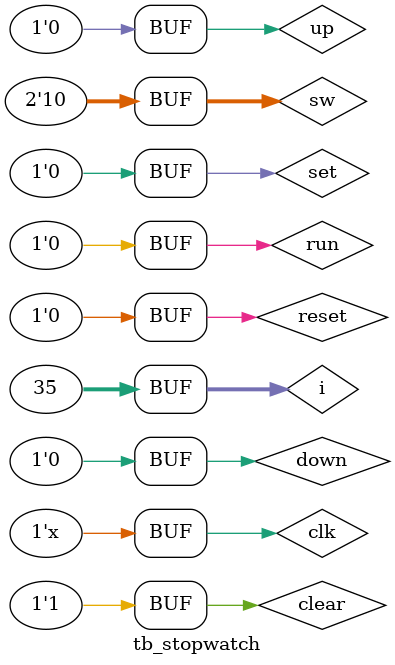
<source format=v>
`timescale 1ns / 1ps


module tb_stopwatch ();

    reg clk, reset, run, clear, up, down, set;
    reg  [1:0] sw;
    wire [3:0] fnd_comm;
    wire [7:0] fnd_font;


    top_stopwatch uclk (
        .clk(clk),
        .sw(sw),
        .reset(reset),
        .btn_run(run),
        .btn_clear(clear),
        .btn_up(up),
        .btn_set(set),
        .btn_down(down),
        .fnd_comm(fnd_comm),
        .fnd_font(fnd_font)
    );

    integer  i;

    always #0.05 clk = ~clk;
    initial begin
        #50;
        clk = 0;
        reset = 1;
        run = 0;
        clear = 0;
        set = 0;
        up = 0;
        down = 0;  
        #10;
        reset = 0; 
        sw = 2'b00;  // 기능 초기화
        #10;
        sw = 2'b10; // 시계모드로 변경
        #10;
        set = 1;
        #100000;
        set = 0;
        #100000; // 초 변경모드 on

        for (i=0; i<30; i= i+1)//down 30번 실행
        begin
            down = 1;
        #100000;
        down = 0;
        #100000;
        end 
          for (i=0; i<35; i= i+1) //up 35번 실행
        begin
            up = 1;
        #100000;
        up = 0;
        #100000;
        end

           #10;
        set = 1;
        #100000;
        set = 0;
        #100000; // 분 변경모드 on

        for (i=0; i<30; i= i+1)//down 30번 실행
        begin
            down = 1;
        #100000;
        down = 0;
        #100000;
        end 
          for (i=0; i<35; i= i+1) //up 35번 실행
        begin
            up = 1;
        #100000;
        up = 0;
        #100000;
        end       
        clear = 1;

        clear = 1;


        #100000;
        #10;



    end
    //첫 comit
endmodule

</source>
